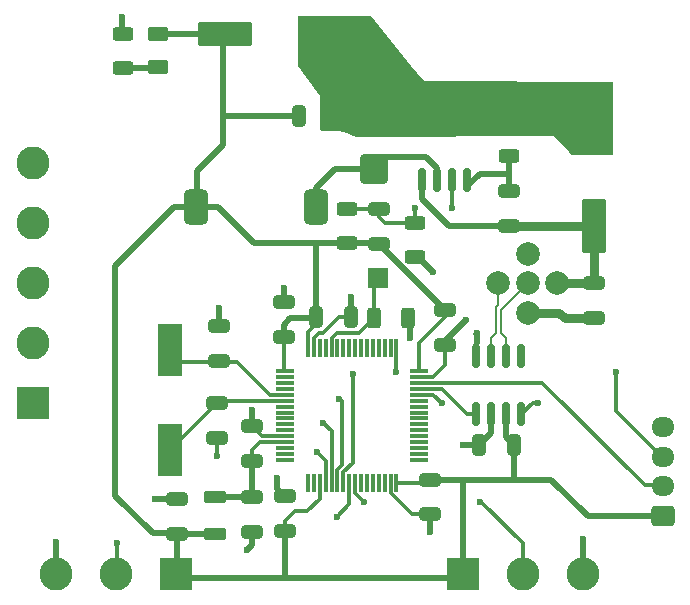
<source format=gbr>
%TF.GenerationSoftware,KiCad,Pcbnew,8.0.1*%
%TF.CreationDate,2025-05-19T10:21:45+02:00*%
%TF.ProjectId,stm32f103 board,73746d33-3266-4313-9033-20626f617264,rev?*%
%TF.SameCoordinates,Original*%
%TF.FileFunction,Copper,L1,Top*%
%TF.FilePolarity,Positive*%
%FSLAX46Y46*%
G04 Gerber Fmt 4.6, Leading zero omitted, Abs format (unit mm)*
G04 Created by KiCad (PCBNEW 8.0.1) date 2025-05-19 10:21:45*
%MOMM*%
%LPD*%
G01*
G04 APERTURE LIST*
G04 Aperture macros list*
%AMRoundRect*
0 Rectangle with rounded corners*
0 $1 Rounding radius*
0 $2 $3 $4 $5 $6 $7 $8 $9 X,Y pos of 4 corners*
0 Add a 4 corners polygon primitive as box body*
4,1,4,$2,$3,$4,$5,$6,$7,$8,$9,$2,$3,0*
0 Add four circle primitives for the rounded corners*
1,1,$1+$1,$2,$3*
1,1,$1+$1,$4,$5*
1,1,$1+$1,$6,$7*
1,1,$1+$1,$8,$9*
0 Add four rect primitives between the rounded corners*
20,1,$1+$1,$2,$3,$4,$5,0*
20,1,$1+$1,$4,$5,$6,$7,0*
20,1,$1+$1,$6,$7,$8,$9,0*
20,1,$1+$1,$8,$9,$2,$3,0*%
G04 Aperture macros list end*
%TA.AperFunction,ComponentPad*%
%ADD10O,1.950000X1.700000*%
%TD*%
%TA.AperFunction,ComponentPad*%
%ADD11RoundRect,0.250000X0.725000X-0.600000X0.725000X0.600000X-0.725000X0.600000X-0.725000X-0.600000X0*%
%TD*%
%TA.AperFunction,ComponentPad*%
%ADD12R,1.700000X1.700000*%
%TD*%
%TA.AperFunction,SMDPad,CuDef*%
%ADD13RoundRect,0.250000X-0.312500X-0.625000X0.312500X-0.625000X0.312500X0.625000X-0.312500X0.625000X0*%
%TD*%
%TA.AperFunction,SMDPad,CuDef*%
%ADD14RoundRect,0.250000X0.650000X-0.325000X0.650000X0.325000X-0.650000X0.325000X-0.650000X-0.325000X0*%
%TD*%
%TA.AperFunction,ComponentPad*%
%ADD15C,2.000000*%
%TD*%
%TA.AperFunction,SMDPad,CuDef*%
%ADD16RoundRect,0.250000X0.325000X0.650000X-0.325000X0.650000X-0.325000X-0.650000X0.325000X-0.650000X0*%
%TD*%
%TA.AperFunction,SMDPad,CuDef*%
%ADD17RoundRect,0.250000X-0.650000X0.325000X-0.650000X-0.325000X0.650000X-0.325000X0.650000X0.325000X0*%
%TD*%
%TA.AperFunction,SMDPad,CuDef*%
%ADD18RoundRect,0.250000X0.900000X-1.000000X0.900000X1.000000X-0.900000X1.000000X-0.900000X-1.000000X0*%
%TD*%
%TA.AperFunction,SMDPad,CuDef*%
%ADD19RoundRect,0.250001X0.799999X-2.049999X0.799999X2.049999X-0.799999X2.049999X-0.799999X-2.049999X0*%
%TD*%
%TA.AperFunction,SMDPad,CuDef*%
%ADD20RoundRect,0.250001X-2.049999X-0.799999X2.049999X-0.799999X2.049999X0.799999X-2.049999X0.799999X0*%
%TD*%
%TA.AperFunction,SMDPad,CuDef*%
%ADD21RoundRect,0.525000X0.525000X0.975000X-0.525000X0.975000X-0.525000X-0.975000X0.525000X-0.975000X0*%
%TD*%
%TA.AperFunction,SMDPad,CuDef*%
%ADD22RoundRect,0.075000X-0.700000X-0.075000X0.700000X-0.075000X0.700000X0.075000X-0.700000X0.075000X0*%
%TD*%
%TA.AperFunction,SMDPad,CuDef*%
%ADD23RoundRect,0.075000X-0.075000X-0.700000X0.075000X-0.700000X0.075000X0.700000X-0.075000X0.700000X0*%
%TD*%
%TA.AperFunction,SMDPad,CuDef*%
%ADD24RoundRect,0.250000X-0.625000X0.312500X-0.625000X-0.312500X0.625000X-0.312500X0.625000X0.312500X0*%
%TD*%
%TA.AperFunction,SMDPad,CuDef*%
%ADD25RoundRect,0.250000X-0.325000X-0.650000X0.325000X-0.650000X0.325000X0.650000X-0.325000X0.650000X0*%
%TD*%
%TA.AperFunction,SMDPad,CuDef*%
%ADD26RoundRect,0.250000X0.625000X-0.375000X0.625000X0.375000X-0.625000X0.375000X-0.625000X-0.375000X0*%
%TD*%
%TA.AperFunction,SMDPad,CuDef*%
%ADD27RoundRect,0.250000X0.625000X-0.312500X0.625000X0.312500X-0.625000X0.312500X-0.625000X-0.312500X0*%
%TD*%
%TA.AperFunction,SMDPad,CuDef*%
%ADD28R,2.000000X4.500000*%
%TD*%
%TA.AperFunction,SMDPad,CuDef*%
%ADD29RoundRect,0.250000X0.700000X-0.275000X0.700000X0.275000X-0.700000X0.275000X-0.700000X-0.275000X0*%
%TD*%
%TA.AperFunction,ComponentPad*%
%ADD30R,2.800000X2.800000*%
%TD*%
%TA.AperFunction,ComponentPad*%
%ADD31C,2.800000*%
%TD*%
%TA.AperFunction,SMDPad,CuDef*%
%ADD32RoundRect,0.150000X0.150000X-0.825000X0.150000X0.825000X-0.150000X0.825000X-0.150000X-0.825000X0*%
%TD*%
%TA.AperFunction,ViaPad*%
%ADD33C,0.600000*%
%TD*%
%TA.AperFunction,Conductor*%
%ADD34C,0.300000*%
%TD*%
%TA.AperFunction,Conductor*%
%ADD35C,0.500000*%
%TD*%
%TA.AperFunction,Conductor*%
%ADD36C,0.800000*%
%TD*%
%TA.AperFunction,Conductor*%
%ADD37C,0.200000*%
%TD*%
G04 APERTURE END LIST*
D10*
%TO.P,J5,4,Pin_4*%
%TO.N,GND*%
X141237500Y-115570000D03*
%TO.P,J5,3,Pin_3*%
%TO.N,SWCLK*%
X141237500Y-118070000D03*
%TO.P,J5,2,Pin_2*%
%TO.N,SWDIO*%
X141237500Y-120570000D03*
D11*
%TO.P,J5,1,Pin_1*%
%TO.N,+3.3V*%
X141237500Y-123070000D03*
%TD*%
D12*
%TO.P,H1,1,1*%
%TO.N,Net-(U1-BOOT0)*%
X117120000Y-102920000D03*
%TD*%
D13*
%TO.P,R5,1*%
%TO.N,Net-(U1-BOOT0)*%
X116775000Y-106280000D03*
%TO.P,R5,2*%
%TO.N,GND*%
X119700000Y-106280000D03*
%TD*%
D14*
%TO.P,C17,1*%
%TO.N,+3.3V*%
X109140000Y-107950000D03*
%TO.P,C17,2*%
%TO.N,GND*%
X109140000Y-105000000D03*
%TD*%
D15*
%TO.P,J1,5,Pin_5*%
%TO.N,/CAN-*%
X129800000Y-103400000D03*
%TO.P,J1,2,Pin_2*%
%TO.N,+12V*%
X132300000Y-103400000D03*
%TO.P,J1,3,Pin_3*%
%TO.N,GND*%
X129800000Y-105900000D03*
%TO.P,J1,4,Pin_4*%
%TO.N,/CAN+*%
X127300000Y-103400000D03*
%TO.P,J1,1,Pin_1*%
%TO.N,unconnected-(J1-Pin_1-Pad1)*%
X129800000Y-100900000D03*
%TD*%
D16*
%TO.P,C16,1*%
%TO.N,+3.3V*%
X128675000Y-117100000D03*
%TO.P,C16,2*%
%TO.N,GND*%
X125725000Y-117100000D03*
%TD*%
D14*
%TO.P,C14,1*%
%TO.N,Net-(U1-PF0)*%
X103670000Y-109950000D03*
%TO.P,C14,2*%
%TO.N,GND*%
X103670000Y-107000000D03*
%TD*%
%TO.P,C6,2*%
%TO.N,Net-(U2-Feedback)*%
X117200000Y-97075000D03*
%TO.P,C6,1*%
%TO.N,+3.3V*%
X117200000Y-100025000D03*
%TD*%
D17*
%TO.P,C9,1*%
%TO.N,+3.3V*%
X122850000Y-105675000D03*
%TO.P,C9,2*%
%TO.N,GND*%
X122850000Y-108625000D03*
%TD*%
D18*
%TO.P,D3,1,K*%
%TO.N,Net-(D3-K)*%
X116800000Y-93725000D03*
%TO.P,D3,2,A*%
%TO.N,GND*%
X116800000Y-89425000D03*
%TD*%
D19*
%TO.P,C1,2*%
%TO.N,GND*%
X135400000Y-89700000D03*
%TO.P,C1,1*%
%TO.N,+12V*%
X135400000Y-98500000D03*
%TD*%
D20*
%TO.P,C4,1*%
%TO.N,+3.3V*%
X104150000Y-82250000D03*
%TO.P,C4,2*%
%TO.N,GND*%
X112950000Y-82250000D03*
%TD*%
D21*
%TO.P,L1,1,1*%
%TO.N,Net-(D3-K)*%
X111850000Y-96950000D03*
%TO.P,L1,2,2*%
%TO.N,+3.3V*%
X101750000Y-96950000D03*
%TD*%
D14*
%TO.P,C8,1*%
%TO.N,+3.3V*%
X109275000Y-124375000D03*
%TO.P,C8,2*%
%TO.N,GND*%
X109275000Y-121425000D03*
%TD*%
D17*
%TO.P,C15,1*%
%TO.N,Net-(U1-PF1)*%
X103500000Y-113500000D03*
%TO.P,C15,2*%
%TO.N,GND*%
X103500000Y-116450000D03*
%TD*%
D22*
%TO.P,U1,1,VBAT*%
%TO.N,+3.3V*%
X109275000Y-110825000D03*
%TO.P,U1,2,PC13*%
%TO.N,unconnected-(U1-PC13-Pad2)*%
X109275000Y-111325000D03*
%TO.P,U1,3,PC14*%
%TO.N,unconnected-(U1-PC14-Pad3)*%
X109275000Y-111825000D03*
%TO.P,U1,4,PC15*%
%TO.N,unconnected-(U1-PC15-Pad4)*%
X109275000Y-112325000D03*
%TO.P,U1,5,PF0*%
%TO.N,Net-(U1-PF0)*%
X109275000Y-112825000D03*
%TO.P,U1,6,PF1*%
%TO.N,Net-(U1-PF1)*%
X109275000Y-113325000D03*
%TO.P,U1,7,NRST*%
%TO.N,unconnected-(U1-NRST-Pad7)*%
X109275000Y-113825000D03*
%TO.P,U1,8,PC0*%
%TO.N,unconnected-(U1-PC0-Pad8)*%
X109275000Y-114325000D03*
%TO.P,U1,9,PC1*%
%TO.N,unconnected-(U1-PC1-Pad9)*%
X109275000Y-114825000D03*
%TO.P,U1,10,PC2*%
%TO.N,unconnected-(U1-PC2-Pad10)*%
X109275000Y-115325000D03*
%TO.P,U1,11,PC3*%
%TO.N,unconnected-(U1-PC3-Pad11)*%
X109275000Y-115825000D03*
%TO.P,U1,12,VSSA*%
%TO.N,GND*%
X109275000Y-116325000D03*
%TO.P,U1,13,VDDA*%
%TO.N,+3.3VA*%
X109275000Y-116825000D03*
%TO.P,U1,14,PA0*%
%TO.N,unconnected-(U1-PA0-Pad14)*%
X109275000Y-117325000D03*
%TO.P,U1,15,PA1*%
%TO.N,unconnected-(U1-PA1-Pad15)*%
X109275000Y-117825000D03*
%TO.P,U1,16,PA2*%
%TO.N,unconnected-(U1-PA2-Pad16)*%
X109275000Y-118325000D03*
D23*
%TO.P,U1,17,PA3*%
%TO.N,unconnected-(U1-PA3-Pad17)*%
X111200000Y-120250000D03*
%TO.P,U1,18,PF4*%
%TO.N,unconnected-(U1-PF4-Pad18)*%
X111700000Y-120250000D03*
%TO.P,U1,19,VDD*%
%TO.N,+3.3V*%
X112200000Y-120250000D03*
%TO.P,U1,20,PA4*%
%TO.N,DIR1*%
X112700000Y-120250000D03*
%TO.P,U1,21,PA5*%
%TO.N,PWM1*%
X113200000Y-120250000D03*
%TO.P,U1,22,PA6*%
%TO.N,DIR2*%
X113700000Y-120250000D03*
%TO.P,U1,23,PA7*%
%TO.N,PWM2*%
X114200000Y-120250000D03*
%TO.P,U1,24,PC4*%
%TO.N,Right ADC*%
X114700000Y-120250000D03*
%TO.P,U1,25,PC5*%
%TO.N,Left ADC*%
X115200000Y-120250000D03*
%TO.P,U1,26,PB0*%
%TO.N,unconnected-(U1-PB0-Pad26)*%
X115700000Y-120250000D03*
%TO.P,U1,27,PB1*%
%TO.N,unconnected-(U1-PB1-Pad27)*%
X116200000Y-120250000D03*
%TO.P,U1,28,PB2*%
%TO.N,unconnected-(U1-PB2-Pad28)*%
X116700000Y-120250000D03*
%TO.P,U1,29,PB10*%
%TO.N,unconnected-(U1-PB10-Pad29)*%
X117200000Y-120250000D03*
%TO.P,U1,30,PB11*%
%TO.N,unconnected-(U1-PB11-Pad30)*%
X117700000Y-120250000D03*
%TO.P,U1,31,VSS*%
%TO.N,GND*%
X118200000Y-120250000D03*
%TO.P,U1,32,VDD*%
%TO.N,+3.3V*%
X118700000Y-120250000D03*
D22*
%TO.P,U1,33,PB12*%
%TO.N,unconnected-(U1-PB12-Pad33)*%
X120625000Y-118325000D03*
%TO.P,U1,34,PB13*%
%TO.N,unconnected-(U1-PB13-Pad34)*%
X120625000Y-117825000D03*
%TO.P,U1,35,PB14*%
%TO.N,unconnected-(U1-PB14-Pad35)*%
X120625000Y-117325000D03*
%TO.P,U1,36,PB15*%
%TO.N,unconnected-(U1-PB15-Pad36)*%
X120625000Y-116825000D03*
%TO.P,U1,37,PC6*%
%TO.N,unconnected-(U1-PC6-Pad37)*%
X120625000Y-116325000D03*
%TO.P,U1,38,PC7*%
%TO.N,unconnected-(U1-PC7-Pad38)*%
X120625000Y-115825000D03*
%TO.P,U1,39,PC8*%
%TO.N,unconnected-(U1-PC8-Pad39)*%
X120625000Y-115325000D03*
%TO.P,U1,40,PC9*%
%TO.N,unconnected-(U1-PC9-Pad40)*%
X120625000Y-114825000D03*
%TO.P,U1,41,PA8*%
%TO.N,unconnected-(U1-PA8-Pad41)*%
X120625000Y-114325000D03*
%TO.P,U1,42,PA9*%
%TO.N,unconnected-(U1-PA9-Pad42)*%
X120625000Y-113825000D03*
%TO.P,U1,43,PA10*%
%TO.N,unconnected-(U1-PA10-Pad43)*%
X120625000Y-113325000D03*
%TO.P,U1,44,PA11*%
%TO.N,CAN_RX*%
X120625000Y-112825000D03*
%TO.P,U1,45,PA12*%
%TO.N,CAN_TX*%
X120625000Y-112325000D03*
%TO.P,U1,46,PA13*%
%TO.N,SWDIO*%
X120625000Y-111825000D03*
%TO.P,U1,47,VSS*%
%TO.N,GND*%
X120625000Y-111325000D03*
%TO.P,U1,48,VDD*%
%TO.N,+3.3V*%
X120625000Y-110825000D03*
D23*
%TO.P,U1,49,PA14*%
%TO.N,SWCLK*%
X118700000Y-108900000D03*
%TO.P,U1,50,PA15*%
%TO.N,unconnected-(U1-PA15-Pad50)*%
X118200000Y-108900000D03*
%TO.P,U1,51,PC10*%
%TO.N,unconnected-(U1-PC10-Pad51)*%
X117700000Y-108900000D03*
%TO.P,U1,52,PC11*%
%TO.N,unconnected-(U1-PC11-Pad52)*%
X117200000Y-108900000D03*
%TO.P,U1,53,PC12*%
%TO.N,unconnected-(U1-PC12-Pad53)*%
X116700000Y-108900000D03*
%TO.P,U1,54,PD2*%
%TO.N,unconnected-(U1-PD2-Pad54)*%
X116200000Y-108900000D03*
%TO.P,U1,55,PB3*%
%TO.N,unconnected-(U1-PB3-Pad55)*%
X115700000Y-108900000D03*
%TO.P,U1,56,PB4*%
%TO.N,unconnected-(U1-PB4-Pad56)*%
X115200000Y-108900000D03*
%TO.P,U1,57,PB5*%
%TO.N,unconnected-(U1-PB5-Pad57)*%
X114700000Y-108900000D03*
%TO.P,U1,58,PB6*%
%TO.N,unconnected-(U1-PB6-Pad58)*%
X114200000Y-108900000D03*
%TO.P,U1,59,PB7*%
%TO.N,unconnected-(U1-PB7-Pad59)*%
X113700000Y-108900000D03*
%TO.P,U1,60,BOOT0*%
%TO.N,Net-(U1-BOOT0)*%
X113200000Y-108900000D03*
%TO.P,U1,61,PB8*%
%TO.N,unconnected-(U1-PB8-Pad61)*%
X112700000Y-108900000D03*
%TO.P,U1,62,PB9*%
%TO.N,unconnected-(U1-PB9-Pad62)*%
X112200000Y-108900000D03*
%TO.P,U1,63,VSS*%
%TO.N,GND*%
X111700000Y-108900000D03*
%TO.P,U1,64,VDD*%
%TO.N,+3.3V*%
X111200000Y-108900000D03*
%TD*%
D14*
%TO.P,C13,1*%
%TO.N,+3.3VA*%
X106500000Y-118450000D03*
%TO.P,C13,2*%
%TO.N,GND*%
X106500000Y-115500000D03*
%TD*%
D24*
%TO.P,R3,2*%
%TO.N,GND*%
X120250000Y-101182500D03*
%TO.P,R3,1*%
%TO.N,Net-(U2-Feedback)*%
X120250000Y-98257500D03*
%TD*%
D25*
%TO.P,C5,1*%
%TO.N,+3.3V*%
X110475000Y-89200000D03*
%TO.P,C5,2*%
%TO.N,GND*%
X113425000Y-89200000D03*
%TD*%
D14*
%TO.P,C7,1*%
%TO.N,+3.3V*%
X100100000Y-124600000D03*
%TO.P,C7,2*%
%TO.N,GND*%
X100100000Y-121650000D03*
%TD*%
D26*
%TO.P,D2,1,K*%
%TO.N,Net-(D2-K)*%
X98550000Y-85050000D03*
%TO.P,D2,2,A*%
%TO.N,+3.3V*%
X98550000Y-82250000D03*
%TD*%
D27*
%TO.P,R4,1*%
%TO.N,Net-(D2-K)*%
X95550000Y-85175000D03*
%TO.P,R4,2*%
%TO.N,GND*%
X95550000Y-82250000D03*
%TD*%
D25*
%TO.P,C11,1*%
%TO.N,+3.3V*%
X111875000Y-106250000D03*
%TO.P,C11,2*%
%TO.N,GND*%
X114825000Y-106250000D03*
%TD*%
D28*
%TO.P,Y1,1,1*%
%TO.N,Net-(U1-PF0)*%
X99500000Y-109000000D03*
%TO.P,Y1,2,2*%
%TO.N,Net-(U1-PF1)*%
X99500000Y-117500000D03*
%TD*%
D17*
%TO.P,C12,1*%
%TO.N,+3.3VA*%
X106500000Y-121450000D03*
%TO.P,C12,2*%
%TO.N,GND*%
X106500000Y-124400000D03*
%TD*%
D29*
%TO.P,L2,1,1*%
%TO.N,+3.3V*%
X103300000Y-124600000D03*
%TO.P,L2,2,2*%
%TO.N,+3.3VA*%
X103300000Y-121450000D03*
%TD*%
D30*
%TO.P,J2,1,Pin_1*%
%TO.N,DIR1*%
X87925000Y-113560000D03*
D31*
%TO.P,J2,2,Pin_2*%
%TO.N,PWM1*%
X87925000Y-108480000D03*
%TO.P,J2,3,Pin_3*%
%TO.N,DIR2*%
X87925000Y-103400000D03*
%TO.P,J2,4,Pin_4*%
%TO.N,PWM2*%
X87925000Y-98320000D03*
%TO.P,J2,5,Pin_5*%
%TO.N,GND*%
X87925000Y-93240000D03*
%TD*%
D27*
%TO.P,R2,2*%
%TO.N,Net-(U2-Feedback)*%
X114540000Y-97057500D03*
%TO.P,R2,1*%
%TO.N,+3.3V*%
X114540000Y-99982500D03*
%TD*%
D17*
%TO.P,C10,1*%
%TO.N,+3.3V*%
X121500000Y-120000000D03*
%TO.P,C10,2*%
%TO.N,GND*%
X121500000Y-122950000D03*
%TD*%
D30*
%TO.P,J4,1,Pin_1*%
%TO.N,+3.3V*%
X100000000Y-128000000D03*
D31*
%TO.P,J4,2,Pin_2*%
%TO.N,Right ADC*%
X94920000Y-128000000D03*
%TO.P,J4,3,Pin_3*%
%TO.N,GND*%
X89840000Y-128000000D03*
%TD*%
D17*
%TO.P,C2,1*%
%TO.N,+12V*%
X135400000Y-103400000D03*
%TO.P,C2,2*%
%TO.N,GND*%
X135400000Y-106350000D03*
%TD*%
D14*
%TO.P,C3,1*%
%TO.N,+12V*%
X128200000Y-98500000D03*
%TO.P,C3,2*%
%TO.N,Net-(U2-Enable)*%
X128200000Y-95550000D03*
%TD*%
D32*
%TO.P,U3,1,D*%
%TO.N,CAN_TX*%
X125460000Y-114450000D03*
%TO.P,U3,2,GND*%
%TO.N,GND*%
X126730000Y-114450000D03*
%TO.P,U3,3,VCC*%
%TO.N,+3.3V*%
X128000000Y-114450000D03*
%TO.P,U3,4,R*%
%TO.N,CAN_RX*%
X129270000Y-114450000D03*
%TO.P,U3,5,Vref*%
%TO.N,unconnected-(U3-Vref-Pad5)*%
X129270000Y-109500000D03*
%TO.P,U3,6,CANL*%
%TO.N,/CAN-*%
X128000000Y-109500000D03*
%TO.P,U3,7,CANH*%
%TO.N,/CAN+*%
X126730000Y-109500000D03*
%TO.P,U3,8,Rs*%
%TO.N,GND*%
X125460000Y-109500000D03*
%TD*%
D30*
%TO.P,J3,1,Pin_1*%
%TO.N,+3.3V*%
X124300000Y-128000000D03*
D31*
%TO.P,J3,2,Pin_2*%
%TO.N,Left ADC*%
X129380000Y-128000000D03*
%TO.P,J3,3,Pin_3*%
%TO.N,GND*%
X134460000Y-128000000D03*
%TD*%
D27*
%TO.P,R1,1*%
%TO.N,Net-(U2-Enable)*%
X128200000Y-92625000D03*
%TO.P,R1,2*%
%TO.N,GND*%
X128200000Y-89700000D03*
%TD*%
D32*
%TO.P,U2,1,Input*%
%TO.N,+12V*%
X120890000Y-94650000D03*
%TO.P,U2,2,SW_Output*%
%TO.N,Net-(D3-K)*%
X122160000Y-94650000D03*
%TO.P,U2,3,Feedback*%
%TO.N,Net-(U2-Feedback)*%
X123430000Y-94650000D03*
%TO.P,U2,4,Enable*%
%TO.N,Net-(U2-Enable)*%
X124700000Y-94650000D03*
%TO.P,U2,5,GND*%
%TO.N,GND*%
X124700000Y-89700000D03*
%TO.P,U2,6,GND*%
X123430000Y-89700000D03*
%TO.P,U2,7,GND*%
X122160000Y-89700000D03*
%TO.P,U2,8,GND*%
X120890000Y-89700000D03*
%TD*%
D33*
%TO.N,GND*%
X103660000Y-105500000D03*
X127800000Y-86970000D03*
X126370000Y-87680000D03*
X132050000Y-87610000D03*
X117540000Y-83700000D03*
X115040000Y-85190000D03*
X116880000Y-86150000D03*
%TO.N,Net-(U2-Feedback)*%
X120250000Y-96990000D03*
%TO.N,GND*%
X119850000Y-108050000D03*
X109160000Y-103740000D03*
X124300000Y-117100000D03*
%TO.N,SWCLK*%
X137300000Y-110900000D03*
X118700000Y-110900000D03*
%TO.N,GND*%
X125500000Y-107600000D03*
%TO.N,CAN_RX*%
X122550000Y-113550000D03*
X130700000Y-113550000D03*
%TO.N,GND*%
X130975000Y-87600000D03*
X121500000Y-124450000D03*
X95500000Y-80862500D03*
X106500000Y-114125000D03*
X126370000Y-86925000D03*
X134460000Y-125065000D03*
X114820000Y-104560000D03*
X124625000Y-106500000D03*
X123400000Y-87650000D03*
X116325000Y-83675000D03*
X108625000Y-119900000D03*
X98250000Y-121650000D03*
X103500000Y-118000000D03*
X117850000Y-85175000D03*
X120825000Y-87650000D03*
X124775000Y-87650000D03*
X122150000Y-87650000D03*
X118575000Y-86375000D03*
X133125000Y-87600000D03*
X128990000Y-87000000D03*
X106025000Y-125950000D03*
X116325000Y-85175000D03*
X119400000Y-87425000D03*
X89875000Y-125325000D03*
X117425000Y-87250000D03*
X121800000Y-102450000D03*
%TO.N,Net-(U2-Feedback)*%
X123420000Y-97020000D03*
%TO.N,DIR2*%
X113875000Y-113150000D03*
%TO.N,PWM1*%
X112500000Y-115200000D03*
%TO.N,PWM2*%
X115025000Y-111050000D03*
%TO.N,DIR1*%
X111950000Y-117700000D03*
%TO.N,Left ADC*%
X125775000Y-121875000D03*
X115935940Y-121864060D03*
%TO.N,Right ADC*%
X113662500Y-123137500D03*
X95000000Y-125375000D03*
%TD*%
D34*
%TO.N,Net-(U2-Feedback)*%
X117182500Y-97057500D02*
X117200000Y-97075000D01*
X114540000Y-97057500D02*
X117182500Y-97057500D01*
X117687500Y-98257500D02*
X120250000Y-98257500D01*
X117200000Y-97075000D02*
X117200000Y-97770000D01*
X117200000Y-97770000D02*
X117687500Y-98257500D01*
%TO.N,SWDIO*%
X141700000Y-120500000D02*
X139730000Y-120500000D01*
X139730000Y-120500000D02*
X131055000Y-111825000D01*
X131055000Y-111825000D02*
X120625000Y-111825000D01*
%TO.N,SWCLK*%
X137300000Y-114190000D02*
X141180000Y-118070000D01*
X137300000Y-110900000D02*
X137300000Y-114190000D01*
D35*
%TO.N,GND*%
X103670000Y-107000000D02*
X103670000Y-105510000D01*
X103670000Y-105510000D02*
X103660000Y-105500000D01*
D34*
%TO.N,Net-(U1-PF0)*%
X100540000Y-110040000D02*
X99500000Y-109000000D01*
X105220000Y-110040000D02*
X100540000Y-110040000D01*
X108005000Y-112825000D02*
X105220000Y-110040000D01*
X109275000Y-112825000D02*
X108005000Y-112825000D01*
D35*
%TO.N,GND*%
X114825000Y-104565000D02*
X114825000Y-106250000D01*
X114820000Y-104560000D02*
X114825000Y-104565000D01*
D34*
%TO.N,Net-(U1-BOOT0)*%
X116775000Y-103265000D02*
X116775000Y-106280000D01*
X117120000Y-102920000D02*
X116775000Y-103265000D01*
%TO.N,Net-(U2-Feedback)*%
X123430000Y-97010000D02*
X123430000Y-94650000D01*
X123420000Y-97020000D02*
X123430000Y-97010000D01*
X120240000Y-98247500D02*
X120250000Y-98257500D01*
X120240000Y-97000000D02*
X120240000Y-98247500D01*
X120250000Y-96990000D02*
X120240000Y-97000000D01*
D35*
%TO.N,+3.3V*%
X111875000Y-99987500D02*
X111875000Y-106250000D01*
X119328122Y-102195000D02*
X119370000Y-102195000D01*
X118925000Y-101791878D02*
X119328122Y-102195000D01*
X118925000Y-101750000D02*
X118925000Y-101791878D01*
X117157500Y-99982500D02*
X118925000Y-101750000D01*
X103600000Y-96950000D02*
X106632500Y-99982500D01*
X101750000Y-96950000D02*
X103600000Y-96950000D01*
X106632500Y-99982500D02*
X117157500Y-99982500D01*
X119370000Y-102195000D02*
X122850000Y-105675000D01*
%TO.N,Net-(D3-K)*%
X122160000Y-94650000D02*
X122160000Y-93660000D01*
X121200000Y-92700000D02*
X117300000Y-92700000D01*
X122160000Y-93660000D02*
X121200000Y-92700000D01*
X117300000Y-92700000D02*
X116800000Y-93200000D01*
X116800000Y-93200000D02*
X116800000Y-94100000D01*
X111850000Y-95340000D02*
X111850000Y-96950000D01*
X113490000Y-93700000D02*
X111850000Y-95340000D01*
X116800000Y-93700000D02*
X113490000Y-93700000D01*
%TO.N,+3.3V*%
X109140000Y-106890000D02*
X109705000Y-106325000D01*
X109140000Y-107950000D02*
X109140000Y-106890000D01*
X109705000Y-106325000D02*
X111800000Y-106325000D01*
X111800000Y-106325000D02*
X111875000Y-106250000D01*
D34*
X109140000Y-110690000D02*
X109275000Y-110825000D01*
X109140000Y-107950000D02*
X109140000Y-110690000D01*
D35*
%TO.N,GND*%
X109150000Y-103750000D02*
X109150000Y-105300000D01*
X109160000Y-103740000D02*
X109150000Y-103750000D01*
D34*
%TO.N,+3.3V*%
X111875000Y-106805000D02*
X111875000Y-106250000D01*
X111200000Y-107480000D02*
X111875000Y-106805000D01*
X111200000Y-108900000D02*
X111200000Y-107480000D01*
%TO.N,GND*%
X112111880Y-107610000D02*
X112490000Y-107610000D01*
X111700000Y-108021880D02*
X112111880Y-107610000D01*
X112490000Y-107610000D02*
X113850000Y-106250000D01*
X111700000Y-108900000D02*
X111700000Y-108021880D01*
X113850000Y-106250000D02*
X114825000Y-106250000D01*
%TO.N,Net-(U1-BOOT0)*%
X116775000Y-106285000D02*
X116775000Y-106280000D01*
X113671880Y-107550000D02*
X115510000Y-107550000D01*
X113200000Y-108021880D02*
X113671880Y-107550000D01*
X113200000Y-108900000D02*
X113200000Y-108021880D01*
X115510000Y-107550000D02*
X116775000Y-106285000D01*
D35*
%TO.N,+12V*%
X123110000Y-98500000D02*
X128200000Y-98500000D01*
X120890000Y-96280000D02*
X123110000Y-98500000D01*
X120890000Y-95150000D02*
X120890000Y-96280000D01*
%TO.N,GND*%
X119700000Y-101225000D02*
X120575000Y-101225000D01*
X120575000Y-101225000D02*
X121800000Y-102450000D01*
X119850000Y-106487500D02*
X119850000Y-107950000D01*
X119662500Y-106300000D02*
X119850000Y-106487500D01*
%TO.N,Net-(D2-K)*%
X95575000Y-85150000D02*
X95550000Y-85175000D01*
X98450000Y-85150000D02*
X95575000Y-85150000D01*
%TO.N,+3.3V*%
X104000000Y-82300000D02*
X98600000Y-82300000D01*
X104000000Y-91650000D02*
X104000000Y-82300000D01*
X101800000Y-93850000D02*
X104000000Y-91650000D01*
X101800000Y-95700000D02*
X101800000Y-93850000D01*
X98050000Y-124550000D02*
X100100000Y-124550000D01*
X94875000Y-101925000D02*
X94875000Y-121375000D01*
X99850000Y-96950000D02*
X94875000Y-101925000D01*
X101750000Y-96950000D02*
X99850000Y-96950000D01*
X94875000Y-121375000D02*
X98050000Y-124550000D01*
X110475000Y-89200000D02*
X104000000Y-89200000D01*
X131800000Y-120000000D02*
X127800000Y-120000000D01*
X134900000Y-123100000D02*
X131800000Y-120000000D01*
X141600000Y-123100000D02*
X134900000Y-123100000D01*
X141700000Y-123000000D02*
X141600000Y-123100000D01*
D34*
%TO.N,CAN_RX*%
X130220000Y-113500000D02*
X129270000Y-114450000D01*
X130700000Y-113500000D02*
X130220000Y-113500000D01*
%TO.N,PWM1*%
X112500000Y-115200000D02*
X113200000Y-115900000D01*
X113200000Y-115900000D02*
X113200000Y-120250000D01*
%TO.N,SWCLK*%
X118700000Y-110900000D02*
X118700000Y-108900000D01*
%TO.N,CAN_TX*%
X122525000Y-112325000D02*
X124650000Y-114450000D01*
X120625000Y-112325000D02*
X122525000Y-112325000D01*
X124650000Y-114450000D02*
X125460000Y-114450000D01*
%TO.N,+3.3V*%
X122850000Y-106250000D02*
X122850000Y-105675000D01*
X120625000Y-108475000D02*
X122850000Y-106250000D01*
X120625000Y-110825000D02*
X120625000Y-108475000D01*
D35*
%TO.N,GND*%
X125400000Y-117100000D02*
X124300000Y-117100000D01*
X125725000Y-117100000D02*
X125400000Y-117100000D01*
%TO.N,+3.3V*%
X128675000Y-119925000D02*
X128600000Y-120000000D01*
X128675000Y-117100000D02*
X128675000Y-119925000D01*
X128600000Y-120000000D02*
X127800000Y-120000000D01*
%TO.N,GND*%
X125500000Y-107600000D02*
X125460000Y-107640000D01*
X125460000Y-109500000D02*
X125500000Y-107600000D01*
D34*
%TO.N,CAN_RX*%
X122550000Y-113550000D02*
X121825000Y-112825000D01*
X121825000Y-112825000D02*
X120625000Y-112825000D01*
D35*
%TO.N,+3.3V*%
X128000000Y-116425000D02*
X128675000Y-117100000D01*
X128000000Y-114450000D02*
X128000000Y-116425000D01*
%TO.N,GND*%
X126730000Y-116095000D02*
X125725000Y-117100000D01*
X126730000Y-114450000D02*
X126730000Y-116095000D01*
%TO.N,+3.3V*%
X127800000Y-120000000D02*
X124200000Y-120000000D01*
D36*
%TO.N,+12V*%
X135400000Y-98500000D02*
X128200000Y-98500000D01*
X135400000Y-103400000D02*
X135400000Y-98500000D01*
X132300000Y-103400000D02*
X135400000Y-103400000D01*
D35*
%TO.N,GND*%
X89840000Y-128000000D02*
X89840000Y-125360000D01*
X95500000Y-82237500D02*
X95500000Y-80862500D01*
D36*
X132950000Y-106350000D02*
X132500000Y-105900000D01*
D35*
X108625000Y-119900000D02*
X108625000Y-119875000D01*
X122850000Y-108625000D02*
X122850000Y-108275000D01*
X106050000Y-125950000D02*
X106025000Y-125950000D01*
X121500000Y-122950000D02*
X121500000Y-124450000D01*
D34*
X118200000Y-120250000D02*
X118200000Y-121128120D01*
X109275000Y-116325000D02*
X107325000Y-116325000D01*
X122850000Y-110300000D02*
X122850000Y-108625000D01*
D35*
X89840000Y-125360000D02*
X89875000Y-125325000D01*
X106500000Y-115500000D02*
X106500000Y-114125000D01*
X122850000Y-108275000D02*
X124625000Y-106500000D01*
X106500000Y-124400000D02*
X106500000Y-125500000D01*
D36*
X132500000Y-105900000D02*
X129800000Y-105900000D01*
D34*
X118200000Y-121128120D02*
X120021880Y-122950000D01*
X121825000Y-111325000D02*
X122850000Y-110300000D01*
X107325000Y-116325000D02*
X106500000Y-115500000D01*
D35*
X106025000Y-125950000D02*
X106025000Y-125975000D01*
D34*
X103625000Y-116325000D02*
X103500000Y-116450000D01*
D35*
X134460000Y-125065000D02*
X134460000Y-128000000D01*
X106500000Y-125500000D02*
X106050000Y-125950000D01*
X109275000Y-121425000D02*
X108625000Y-120775000D01*
D34*
X120021880Y-122950000D02*
X121500000Y-122950000D01*
X120625000Y-111325000D02*
X121825000Y-111325000D01*
D35*
X98250000Y-121650000D02*
X100100000Y-121650000D01*
X106025000Y-125975000D02*
X106075000Y-125925000D01*
X108625000Y-120775000D02*
X108625000Y-119900000D01*
D36*
X135400000Y-106350000D02*
X132950000Y-106350000D01*
D34*
X103500000Y-116450000D02*
X103500000Y-118000000D01*
D35*
%TO.N,Net-(U2-Enable)*%
X125750000Y-94100000D02*
X124700000Y-95150000D01*
X128200000Y-94100000D02*
X125750000Y-94100000D01*
X128200000Y-95550000D02*
X128200000Y-92625000D01*
%TO.N,+3.3V*%
X100300000Y-128300000D02*
X124000000Y-128300000D01*
X124300000Y-120100000D02*
X124200000Y-120000000D01*
D34*
X111125000Y-122700000D02*
X110125000Y-122700000D01*
X109275000Y-123550000D02*
X109275000Y-124375000D01*
D35*
X124300000Y-127100000D02*
X124250000Y-127050000D01*
D34*
X121250000Y-120250000D02*
X121500000Y-120000000D01*
D35*
X109275000Y-128275000D02*
X109275000Y-124375000D01*
X100100000Y-124600000D02*
X103300000Y-124600000D01*
X124200000Y-120000000D02*
X121500000Y-120000000D01*
D34*
X118700000Y-120250000D02*
X121250000Y-120250000D01*
D35*
X124300000Y-128000000D02*
X124300000Y-120100000D01*
D34*
X112200000Y-120250000D02*
X112200000Y-121625000D01*
X110125000Y-122700000D02*
X109275000Y-123550000D01*
D35*
X100100000Y-124600000D02*
X100100000Y-127475000D01*
D34*
X112200000Y-121625000D02*
X111125000Y-122700000D01*
D35*
X124300000Y-128000000D02*
X124300000Y-127100000D01*
X100000000Y-128000000D02*
X100300000Y-128300000D01*
X124000000Y-128300000D02*
X124300000Y-128000000D01*
%TO.N,GND*%
X119987500Y-101012500D02*
X120000000Y-101000000D01*
D34*
%TO.N,+3.3VA*%
X106500000Y-117500000D02*
X106500000Y-118450000D01*
X107175000Y-116825000D02*
X106500000Y-117500000D01*
D35*
X106500000Y-121450000D02*
X103300000Y-121450000D01*
X106500000Y-121450000D02*
X106500000Y-118450000D01*
D34*
X109275000Y-116825000D02*
X107175000Y-116825000D01*
%TO.N,Net-(U1-PF0)*%
X99500000Y-110450000D02*
X99500000Y-109000000D01*
%TO.N,Net-(U1-PF1)*%
X109275000Y-113325000D02*
X103675000Y-113325000D01*
X103675000Y-113325000D02*
X103500000Y-113500000D01*
X103500000Y-113500000D02*
X99500000Y-117500000D01*
%TO.N,DIR2*%
X114075000Y-118789774D02*
X113700000Y-119164774D01*
X113700000Y-119164774D02*
X113700000Y-120250000D01*
X113875000Y-113150000D02*
X114075000Y-113350000D01*
X114075000Y-113350000D02*
X114075000Y-118789774D01*
%TO.N,PWM2*%
X115000000Y-118571880D02*
X114200000Y-119371880D01*
X114200000Y-119371880D02*
X114200000Y-120250000D01*
X115000000Y-111075000D02*
X115000000Y-118571880D01*
X115025000Y-111050000D02*
X115000000Y-111075000D01*
%TO.N,DIR1*%
X112700000Y-118450000D02*
X112700000Y-120250000D01*
X111950000Y-117700000D02*
X112700000Y-118450000D01*
%TO.N,Left ADC*%
X129380000Y-125380000D02*
X129380000Y-128000000D01*
X115935940Y-121864060D02*
X115200000Y-121128120D01*
X125875000Y-121875000D02*
X129380000Y-125380000D01*
X115200000Y-121128120D02*
X115200000Y-120250000D01*
X125775000Y-121875000D02*
X125875000Y-121875000D01*
%TO.N,Right ADC*%
X113662500Y-123137500D02*
X114700000Y-122100000D01*
X95000000Y-125375000D02*
X95000000Y-127920000D01*
X114700000Y-122100000D02*
X114700000Y-120250000D01*
X95000000Y-127920000D02*
X94920000Y-128000000D01*
D37*
%TO.N,/CAN+*%
X126730000Y-108037499D02*
X127140000Y-107627499D01*
X127140000Y-105423603D02*
X127300000Y-105263603D01*
X127300000Y-105263603D02*
X127300000Y-103400000D01*
X126730000Y-109500000D02*
X126730000Y-108037499D01*
X127140000Y-107627499D02*
X127140000Y-105423603D01*
%TO.N,/CAN-*%
X127590000Y-107627499D02*
X127590000Y-105610000D01*
X128000000Y-109500000D02*
X128000000Y-108037499D01*
X128000000Y-108037499D02*
X127590000Y-107627499D01*
X127590000Y-105610000D02*
X129800000Y-103400000D01*
%TD*%
%TA.AperFunction,Conductor*%
%TO.N,GND*%
G36*
X116507941Y-80744685D02*
G01*
X116537220Y-80770905D01*
X119952409Y-84982971D01*
X121000000Y-86275000D01*
X136926193Y-86299807D01*
X136993202Y-86319596D01*
X137038874Y-86372471D01*
X137050000Y-86423807D01*
X137050000Y-92426000D01*
X137030315Y-92493039D01*
X136977511Y-92538794D01*
X136926000Y-92550000D01*
X133677520Y-92550000D01*
X133610481Y-92530315D01*
X133588458Y-92512279D01*
X133323602Y-92238880D01*
X132075000Y-90950000D01*
X132074998Y-90950000D01*
X132074998Y-90949999D01*
X115346505Y-90974967D01*
X115304740Y-90967788D01*
X114292746Y-90607587D01*
X113850000Y-90450000D01*
X113849999Y-90450000D01*
X112372954Y-90450000D01*
X112305915Y-90430315D01*
X112260160Y-90377511D01*
X112248958Y-90327051D01*
X112225000Y-87500000D01*
X110349567Y-84982971D01*
X110325296Y-84917452D01*
X110325000Y-84908883D01*
X110325000Y-80849000D01*
X110344685Y-80781961D01*
X110397489Y-80736206D01*
X110449000Y-80725000D01*
X116440902Y-80725000D01*
X116507941Y-80744685D01*
G37*
%TD.AperFunction*%
%TD*%
M02*

</source>
